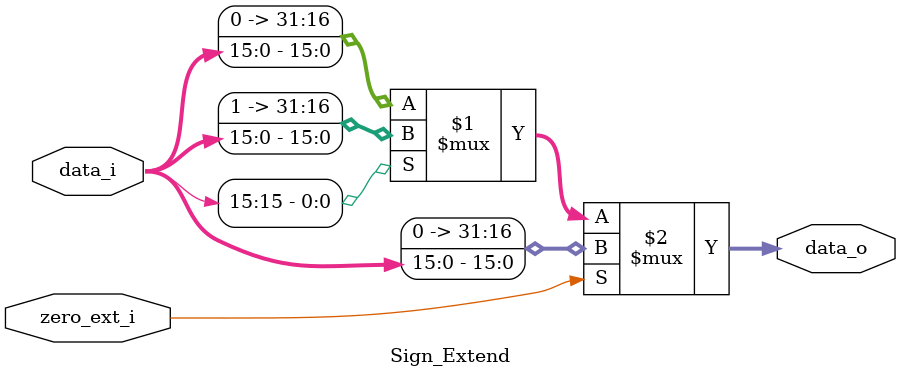
<source format=v>

module Sign_Extend(
    data_i,
    zero_ext_i,
    data_o
    );

//I/O ports
input   [16-1:0] data_i;
input            zero_ext_i;
output  [32-1:0] data_o;

//Internal Signals
wire     [32-1:0] data_o;

//Sign extended
assign data_o = (zero_ext_i ? {16'h0000, data_i} : (data_i[15] ? {16'hFFFF, data_i} : {16'h0000, data_i}));


endmodule

</source>
